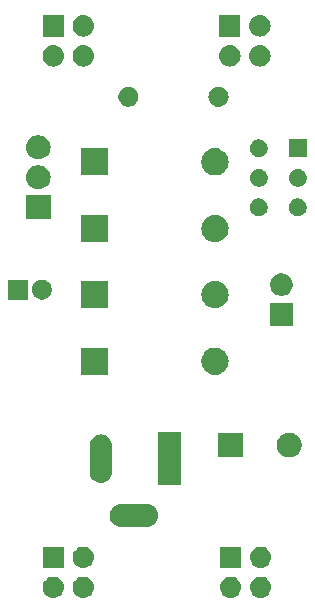
<source format=gbs>
G04 #@! TF.GenerationSoftware,KiCad,Pcbnew,(5.1.4)-1*
G04 #@! TF.CreationDate,2021-12-19T12:19:24-07:00*
G04 #@! TF.ProjectId,BreadBoard PS Ver2,42726561-6442-46f6-9172-642050532056,2*
G04 #@! TF.SameCoordinates,Original*
G04 #@! TF.FileFunction,Soldermask,Bot*
G04 #@! TF.FilePolarity,Negative*
%FSLAX46Y46*%
G04 Gerber Fmt 4.6, Leading zero omitted, Abs format (unit mm)*
G04 Created by KiCad (PCBNEW (5.1.4)-1) date 2021-12-19 12:19:24*
%MOMM*%
%LPD*%
G04 APERTURE LIST*
%ADD10C,0.100000*%
G04 APERTURE END LIST*
D10*
G36*
X165049343Y-120936619D02*
G01*
X165115527Y-120943137D01*
X165285366Y-120994657D01*
X165441891Y-121078322D01*
X165477629Y-121107652D01*
X165579086Y-121190914D01*
X165662348Y-121292371D01*
X165691678Y-121328109D01*
X165775343Y-121484634D01*
X165826863Y-121654473D01*
X165844259Y-121831100D01*
X165826863Y-122007727D01*
X165775343Y-122177566D01*
X165691678Y-122334091D01*
X165662348Y-122369829D01*
X165579086Y-122471286D01*
X165477629Y-122554548D01*
X165441891Y-122583878D01*
X165285366Y-122667543D01*
X165115527Y-122719063D01*
X165049342Y-122725582D01*
X164983160Y-122732100D01*
X164894640Y-122732100D01*
X164828458Y-122725582D01*
X164762273Y-122719063D01*
X164592434Y-122667543D01*
X164435909Y-122583878D01*
X164400171Y-122554548D01*
X164298714Y-122471286D01*
X164215452Y-122369829D01*
X164186122Y-122334091D01*
X164102457Y-122177566D01*
X164050937Y-122007727D01*
X164033541Y-121831100D01*
X164050937Y-121654473D01*
X164102457Y-121484634D01*
X164186122Y-121328109D01*
X164215452Y-121292371D01*
X164298714Y-121190914D01*
X164400171Y-121107652D01*
X164435909Y-121078322D01*
X164592434Y-120994657D01*
X164762273Y-120943137D01*
X164828457Y-120936619D01*
X164894640Y-120930100D01*
X164983160Y-120930100D01*
X165049343Y-120936619D01*
X165049343Y-120936619D01*
G37*
G36*
X162509343Y-120936619D02*
G01*
X162575527Y-120943137D01*
X162745366Y-120994657D01*
X162901891Y-121078322D01*
X162937629Y-121107652D01*
X163039086Y-121190914D01*
X163122348Y-121292371D01*
X163151678Y-121328109D01*
X163235343Y-121484634D01*
X163286863Y-121654473D01*
X163304259Y-121831100D01*
X163286863Y-122007727D01*
X163235343Y-122177566D01*
X163151678Y-122334091D01*
X163122348Y-122369829D01*
X163039086Y-122471286D01*
X162937629Y-122554548D01*
X162901891Y-122583878D01*
X162745366Y-122667543D01*
X162575527Y-122719063D01*
X162509342Y-122725582D01*
X162443160Y-122732100D01*
X162354640Y-122732100D01*
X162288458Y-122725582D01*
X162222273Y-122719063D01*
X162052434Y-122667543D01*
X161895909Y-122583878D01*
X161860171Y-122554548D01*
X161758714Y-122471286D01*
X161675452Y-122369829D01*
X161646122Y-122334091D01*
X161562457Y-122177566D01*
X161510937Y-122007727D01*
X161493541Y-121831100D01*
X161510937Y-121654473D01*
X161562457Y-121484634D01*
X161646122Y-121328109D01*
X161675452Y-121292371D01*
X161758714Y-121190914D01*
X161860171Y-121107652D01*
X161895909Y-121078322D01*
X162052434Y-120994657D01*
X162222273Y-120943137D01*
X162288457Y-120936619D01*
X162354640Y-120930100D01*
X162443160Y-120930100D01*
X162509343Y-120936619D01*
X162509343Y-120936619D01*
G37*
G36*
X150037943Y-120936619D02*
G01*
X150104127Y-120943137D01*
X150273966Y-120994657D01*
X150430491Y-121078322D01*
X150466229Y-121107652D01*
X150567686Y-121190914D01*
X150650948Y-121292371D01*
X150680278Y-121328109D01*
X150763943Y-121484634D01*
X150815463Y-121654473D01*
X150832859Y-121831100D01*
X150815463Y-122007727D01*
X150763943Y-122177566D01*
X150680278Y-122334091D01*
X150650948Y-122369829D01*
X150567686Y-122471286D01*
X150466229Y-122554548D01*
X150430491Y-122583878D01*
X150273966Y-122667543D01*
X150104127Y-122719063D01*
X150037942Y-122725582D01*
X149971760Y-122732100D01*
X149883240Y-122732100D01*
X149817058Y-122725582D01*
X149750873Y-122719063D01*
X149581034Y-122667543D01*
X149424509Y-122583878D01*
X149388771Y-122554548D01*
X149287314Y-122471286D01*
X149204052Y-122369829D01*
X149174722Y-122334091D01*
X149091057Y-122177566D01*
X149039537Y-122007727D01*
X149022141Y-121831100D01*
X149039537Y-121654473D01*
X149091057Y-121484634D01*
X149174722Y-121328109D01*
X149204052Y-121292371D01*
X149287314Y-121190914D01*
X149388771Y-121107652D01*
X149424509Y-121078322D01*
X149581034Y-120994657D01*
X149750873Y-120943137D01*
X149817057Y-120936619D01*
X149883240Y-120930100D01*
X149971760Y-120930100D01*
X150037943Y-120936619D01*
X150037943Y-120936619D01*
G37*
G36*
X147497943Y-120936619D02*
G01*
X147564127Y-120943137D01*
X147733966Y-120994657D01*
X147890491Y-121078322D01*
X147926229Y-121107652D01*
X148027686Y-121190914D01*
X148110948Y-121292371D01*
X148140278Y-121328109D01*
X148223943Y-121484634D01*
X148275463Y-121654473D01*
X148292859Y-121831100D01*
X148275463Y-122007727D01*
X148223943Y-122177566D01*
X148140278Y-122334091D01*
X148110948Y-122369829D01*
X148027686Y-122471286D01*
X147926229Y-122554548D01*
X147890491Y-122583878D01*
X147733966Y-122667543D01*
X147564127Y-122719063D01*
X147497942Y-122725582D01*
X147431760Y-122732100D01*
X147343240Y-122732100D01*
X147277058Y-122725582D01*
X147210873Y-122719063D01*
X147041034Y-122667543D01*
X146884509Y-122583878D01*
X146848771Y-122554548D01*
X146747314Y-122471286D01*
X146664052Y-122369829D01*
X146634722Y-122334091D01*
X146551057Y-122177566D01*
X146499537Y-122007727D01*
X146482141Y-121831100D01*
X146499537Y-121654473D01*
X146551057Y-121484634D01*
X146634722Y-121328109D01*
X146664052Y-121292371D01*
X146747314Y-121190914D01*
X146848771Y-121107652D01*
X146884509Y-121078322D01*
X147041034Y-120994657D01*
X147210873Y-120943137D01*
X147277057Y-120936619D01*
X147343240Y-120930100D01*
X147431760Y-120930100D01*
X147497943Y-120936619D01*
X147497943Y-120936619D01*
G37*
G36*
X163299900Y-120192100D02*
G01*
X161497900Y-120192100D01*
X161497900Y-118390100D01*
X163299900Y-118390100D01*
X163299900Y-120192100D01*
X163299900Y-120192100D01*
G37*
G36*
X148288500Y-120192100D02*
G01*
X146486500Y-120192100D01*
X146486500Y-118390100D01*
X148288500Y-118390100D01*
X148288500Y-120192100D01*
X148288500Y-120192100D01*
G37*
G36*
X150037942Y-118396618D02*
G01*
X150104127Y-118403137D01*
X150273966Y-118454657D01*
X150430491Y-118538322D01*
X150466229Y-118567652D01*
X150567686Y-118650914D01*
X150650948Y-118752371D01*
X150680278Y-118788109D01*
X150763943Y-118944634D01*
X150815463Y-119114473D01*
X150832859Y-119291100D01*
X150815463Y-119467727D01*
X150763943Y-119637566D01*
X150680278Y-119794091D01*
X150650948Y-119829829D01*
X150567686Y-119931286D01*
X150466229Y-120014548D01*
X150430491Y-120043878D01*
X150273966Y-120127543D01*
X150104127Y-120179063D01*
X150037943Y-120185581D01*
X149971760Y-120192100D01*
X149883240Y-120192100D01*
X149817057Y-120185581D01*
X149750873Y-120179063D01*
X149581034Y-120127543D01*
X149424509Y-120043878D01*
X149388771Y-120014548D01*
X149287314Y-119931286D01*
X149204052Y-119829829D01*
X149174722Y-119794091D01*
X149091057Y-119637566D01*
X149039537Y-119467727D01*
X149022141Y-119291100D01*
X149039537Y-119114473D01*
X149091057Y-118944634D01*
X149174722Y-118788109D01*
X149204052Y-118752371D01*
X149287314Y-118650914D01*
X149388771Y-118567652D01*
X149424509Y-118538322D01*
X149581034Y-118454657D01*
X149750873Y-118403137D01*
X149817058Y-118396618D01*
X149883240Y-118390100D01*
X149971760Y-118390100D01*
X150037942Y-118396618D01*
X150037942Y-118396618D01*
G37*
G36*
X165049342Y-118396618D02*
G01*
X165115527Y-118403137D01*
X165285366Y-118454657D01*
X165441891Y-118538322D01*
X165477629Y-118567652D01*
X165579086Y-118650914D01*
X165662348Y-118752371D01*
X165691678Y-118788109D01*
X165775343Y-118944634D01*
X165826863Y-119114473D01*
X165844259Y-119291100D01*
X165826863Y-119467727D01*
X165775343Y-119637566D01*
X165691678Y-119794091D01*
X165662348Y-119829829D01*
X165579086Y-119931286D01*
X165477629Y-120014548D01*
X165441891Y-120043878D01*
X165285366Y-120127543D01*
X165115527Y-120179063D01*
X165049343Y-120185581D01*
X164983160Y-120192100D01*
X164894640Y-120192100D01*
X164828457Y-120185581D01*
X164762273Y-120179063D01*
X164592434Y-120127543D01*
X164435909Y-120043878D01*
X164400171Y-120014548D01*
X164298714Y-119931286D01*
X164215452Y-119829829D01*
X164186122Y-119794091D01*
X164102457Y-119637566D01*
X164050937Y-119467727D01*
X164033541Y-119291100D01*
X164050937Y-119114473D01*
X164102457Y-118944634D01*
X164186122Y-118788109D01*
X164215452Y-118752371D01*
X164298714Y-118650914D01*
X164400171Y-118567652D01*
X164435909Y-118538322D01*
X164592434Y-118454657D01*
X164762273Y-118403137D01*
X164828458Y-118396618D01*
X164894640Y-118390100D01*
X164983160Y-118390100D01*
X165049342Y-118396618D01*
X165049342Y-118396618D01*
G37*
G36*
X155499725Y-114822660D02*
G01*
X155499728Y-114822661D01*
X155499729Y-114822661D01*
X155678993Y-114877040D01*
X155678996Y-114877042D01*
X155678997Y-114877042D01*
X155844203Y-114965346D01*
X155989012Y-115084188D01*
X156107854Y-115228997D01*
X156196158Y-115394203D01*
X156196160Y-115394207D01*
X156250539Y-115573471D01*
X156250540Y-115573475D01*
X156268901Y-115759900D01*
X156250540Y-115946325D01*
X156250539Y-115946328D01*
X156250539Y-115946329D01*
X156196160Y-116125593D01*
X156196158Y-116125596D01*
X156196158Y-116125597D01*
X156107854Y-116290803D01*
X155989012Y-116435612D01*
X155844203Y-116554454D01*
X155678997Y-116642758D01*
X155678993Y-116642760D01*
X155499729Y-116697139D01*
X155499728Y-116697139D01*
X155499725Y-116697140D01*
X155360018Y-116710900D01*
X153066582Y-116710900D01*
X152926875Y-116697140D01*
X152926872Y-116697139D01*
X152926871Y-116697139D01*
X152747607Y-116642760D01*
X152747603Y-116642758D01*
X152582397Y-116554454D01*
X152437588Y-116435612D01*
X152318746Y-116290803D01*
X152230442Y-116125597D01*
X152230442Y-116125596D01*
X152230440Y-116125593D01*
X152176061Y-115946329D01*
X152176061Y-115946328D01*
X152176060Y-115946325D01*
X152157699Y-115759900D01*
X152176060Y-115573475D01*
X152176061Y-115573471D01*
X152230440Y-115394207D01*
X152230442Y-115394203D01*
X152318746Y-115228997D01*
X152437588Y-115084188D01*
X152582397Y-114965346D01*
X152747603Y-114877042D01*
X152747604Y-114877042D01*
X152747607Y-114877040D01*
X152926871Y-114822661D01*
X152926872Y-114822661D01*
X152926875Y-114822660D01*
X153066582Y-114808900D01*
X155360018Y-114808900D01*
X155499725Y-114822660D01*
X155499725Y-114822660D01*
G37*
G36*
X158164300Y-113210900D02*
G01*
X156262300Y-113210900D01*
X156262300Y-108708900D01*
X158164300Y-108708900D01*
X158164300Y-113210900D01*
X158164300Y-113210900D01*
G37*
G36*
X151599725Y-108922660D02*
G01*
X151599728Y-108922661D01*
X151599729Y-108922661D01*
X151778993Y-108977040D01*
X151778996Y-108977042D01*
X151778997Y-108977042D01*
X151944203Y-109065346D01*
X152089012Y-109184188D01*
X152207854Y-109328997D01*
X152291204Y-109484935D01*
X152296160Y-109494207D01*
X152350539Y-109673471D01*
X152350540Y-109673475D01*
X152364300Y-109813182D01*
X152364300Y-112106618D01*
X152350540Y-112246325D01*
X152350539Y-112246328D01*
X152350539Y-112246329D01*
X152296160Y-112425593D01*
X152296158Y-112425596D01*
X152296158Y-112425597D01*
X152207854Y-112590803D01*
X152089012Y-112735612D01*
X151944203Y-112854454D01*
X151778996Y-112942758D01*
X151778992Y-112942760D01*
X151599728Y-112997139D01*
X151599727Y-112997139D01*
X151599724Y-112997140D01*
X151413300Y-113015501D01*
X151226875Y-112997140D01*
X151226872Y-112997139D01*
X151226871Y-112997139D01*
X151047607Y-112942760D01*
X151047603Y-112942758D01*
X150882397Y-112854454D01*
X150737588Y-112735612D01*
X150618746Y-112590803D01*
X150530442Y-112425596D01*
X150530441Y-112425593D01*
X150530440Y-112425592D01*
X150476061Y-112246328D01*
X150476061Y-112246327D01*
X150476060Y-112246324D01*
X150462300Y-112106617D01*
X150462301Y-109813182D01*
X150476061Y-109673475D01*
X150476062Y-109673471D01*
X150530441Y-109494207D01*
X150535397Y-109484935D01*
X150618747Y-109328997D01*
X150737589Y-109184188D01*
X150882398Y-109065346D01*
X151047604Y-108977042D01*
X151047605Y-108977042D01*
X151047608Y-108977040D01*
X151226872Y-108922661D01*
X151226873Y-108922661D01*
X151226876Y-108922660D01*
X151413300Y-108904299D01*
X151599725Y-108922660D01*
X151599725Y-108922660D01*
G37*
G36*
X163420500Y-110842500D02*
G01*
X161318500Y-110842500D01*
X161318500Y-108740500D01*
X163420500Y-108740500D01*
X163420500Y-110842500D01*
X163420500Y-110842500D01*
G37*
G36*
X167676064Y-108780889D02*
G01*
X167867333Y-108860115D01*
X167867335Y-108860116D01*
X167960940Y-108922661D01*
X168039473Y-108975135D01*
X168185865Y-109121527D01*
X168300885Y-109293667D01*
X168380111Y-109484936D01*
X168420500Y-109687984D01*
X168420500Y-109895016D01*
X168380111Y-110098064D01*
X168300885Y-110289333D01*
X168300884Y-110289335D01*
X168185865Y-110461473D01*
X168039473Y-110607865D01*
X167867335Y-110722884D01*
X167867334Y-110722885D01*
X167867333Y-110722885D01*
X167676064Y-110802111D01*
X167473016Y-110842500D01*
X167265984Y-110842500D01*
X167062936Y-110802111D01*
X166871667Y-110722885D01*
X166871666Y-110722885D01*
X166871665Y-110722884D01*
X166699527Y-110607865D01*
X166553135Y-110461473D01*
X166438116Y-110289335D01*
X166438115Y-110289333D01*
X166358889Y-110098064D01*
X166318500Y-109895016D01*
X166318500Y-109687984D01*
X166358889Y-109484936D01*
X166438115Y-109293667D01*
X166553135Y-109121527D01*
X166699527Y-108975135D01*
X166778060Y-108922661D01*
X166871665Y-108860116D01*
X166871667Y-108860115D01*
X167062936Y-108780889D01*
X167265984Y-108740500D01*
X167473016Y-108740500D01*
X167676064Y-108780889D01*
X167676064Y-108780889D01*
G37*
G36*
X161240271Y-101552303D02*
G01*
X161296635Y-101557854D01*
X161513600Y-101623670D01*
X161513602Y-101623671D01*
X161713555Y-101730547D01*
X161888818Y-101874382D01*
X162032653Y-102049645D01*
X162139529Y-102249598D01*
X162205346Y-102466566D01*
X162227569Y-102692200D01*
X162205346Y-102917834D01*
X162139529Y-103134802D01*
X162032653Y-103334755D01*
X161888818Y-103510018D01*
X161713555Y-103653853D01*
X161513602Y-103760729D01*
X161513600Y-103760730D01*
X161296635Y-103826546D01*
X161240271Y-103832097D01*
X161127545Y-103843200D01*
X161014455Y-103843200D01*
X160901729Y-103832097D01*
X160845365Y-103826546D01*
X160628400Y-103760730D01*
X160628398Y-103760729D01*
X160428445Y-103653853D01*
X160253182Y-103510018D01*
X160109347Y-103334755D01*
X160002471Y-103134802D01*
X159936654Y-102917834D01*
X159914431Y-102692200D01*
X159936654Y-102466566D01*
X160002471Y-102249598D01*
X160109347Y-102049645D01*
X160253182Y-101874382D01*
X160428445Y-101730547D01*
X160628398Y-101623671D01*
X160628400Y-101623670D01*
X160845365Y-101557854D01*
X160901729Y-101552303D01*
X161014455Y-101541200D01*
X161127545Y-101541200D01*
X161240271Y-101552303D01*
X161240271Y-101552303D01*
G37*
G36*
X152062000Y-103843200D02*
G01*
X149760000Y-103843200D01*
X149760000Y-101541200D01*
X152062000Y-101541200D01*
X152062000Y-103843200D01*
X152062000Y-103843200D01*
G37*
G36*
X167651200Y-99706200D02*
G01*
X165749200Y-99706200D01*
X165749200Y-97804200D01*
X167651200Y-97804200D01*
X167651200Y-99706200D01*
X167651200Y-99706200D01*
G37*
G36*
X161240271Y-95929778D02*
G01*
X161296635Y-95935329D01*
X161513600Y-96001145D01*
X161513602Y-96001146D01*
X161713555Y-96108022D01*
X161888818Y-96251857D01*
X162032653Y-96427120D01*
X162098592Y-96550485D01*
X162139530Y-96627075D01*
X162205346Y-96844040D01*
X162227569Y-97069675D01*
X162205346Y-97295310D01*
X162147713Y-97485300D01*
X162139529Y-97512277D01*
X162032653Y-97712230D01*
X161888818Y-97887493D01*
X161713555Y-98031328D01*
X161513602Y-98138204D01*
X161513600Y-98138205D01*
X161296635Y-98204021D01*
X161240271Y-98209572D01*
X161127545Y-98220675D01*
X161014455Y-98220675D01*
X160901729Y-98209572D01*
X160845365Y-98204021D01*
X160628400Y-98138205D01*
X160628398Y-98138204D01*
X160428445Y-98031328D01*
X160253182Y-97887493D01*
X160109347Y-97712230D01*
X160002471Y-97512277D01*
X159994288Y-97485300D01*
X159936654Y-97295310D01*
X159914431Y-97069675D01*
X159936654Y-96844040D01*
X160002470Y-96627075D01*
X160043408Y-96550485D01*
X160109347Y-96427120D01*
X160253182Y-96251857D01*
X160428445Y-96108022D01*
X160628398Y-96001146D01*
X160628400Y-96001145D01*
X160845365Y-95935329D01*
X160901729Y-95929778D01*
X161014455Y-95918675D01*
X161127545Y-95918675D01*
X161240271Y-95929778D01*
X161240271Y-95929778D01*
G37*
G36*
X152062000Y-98220675D02*
G01*
X149760000Y-98220675D01*
X149760000Y-95918675D01*
X152062000Y-95918675D01*
X152062000Y-98220675D01*
X152062000Y-98220675D01*
G37*
G36*
X145262700Y-97485300D02*
G01*
X143560700Y-97485300D01*
X143560700Y-95783300D01*
X145262700Y-95783300D01*
X145262700Y-97485300D01*
X145262700Y-97485300D01*
G37*
G36*
X146659928Y-95816003D02*
G01*
X146814800Y-95880153D01*
X146954181Y-95973285D01*
X147072715Y-96091819D01*
X147165847Y-96231200D01*
X147229997Y-96386072D01*
X147262700Y-96550484D01*
X147262700Y-96718116D01*
X147229997Y-96882528D01*
X147165847Y-97037400D01*
X147072715Y-97176781D01*
X146954181Y-97295315D01*
X146814800Y-97388447D01*
X146659928Y-97452597D01*
X146495516Y-97485300D01*
X146327884Y-97485300D01*
X146163472Y-97452597D01*
X146008600Y-97388447D01*
X145869219Y-97295315D01*
X145750685Y-97176781D01*
X145657553Y-97037400D01*
X145593403Y-96882528D01*
X145560700Y-96718116D01*
X145560700Y-96550484D01*
X145593403Y-96386072D01*
X145657553Y-96231200D01*
X145750685Y-96091819D01*
X145869219Y-95973285D01*
X146008600Y-95880153D01*
X146163472Y-95816003D01*
X146327884Y-95783300D01*
X146495516Y-95783300D01*
X146659928Y-95816003D01*
X146659928Y-95816003D01*
G37*
G36*
X166977595Y-95300746D02*
G01*
X167150666Y-95372434D01*
X167150667Y-95372435D01*
X167306427Y-95476510D01*
X167438890Y-95608973D01*
X167438891Y-95608975D01*
X167542966Y-95764734D01*
X167614654Y-95937805D01*
X167651200Y-96121533D01*
X167651200Y-96308867D01*
X167614654Y-96492595D01*
X167542966Y-96665666D01*
X167542965Y-96665667D01*
X167438890Y-96821427D01*
X167306427Y-96953890D01*
X167228018Y-97006281D01*
X167150666Y-97057966D01*
X166977595Y-97129654D01*
X166793867Y-97166200D01*
X166606533Y-97166200D01*
X166422805Y-97129654D01*
X166249734Y-97057966D01*
X166172382Y-97006281D01*
X166093973Y-96953890D01*
X165961510Y-96821427D01*
X165857435Y-96665667D01*
X165857434Y-96665666D01*
X165785746Y-96492595D01*
X165749200Y-96308867D01*
X165749200Y-96121533D01*
X165785746Y-95937805D01*
X165857434Y-95764734D01*
X165961509Y-95608975D01*
X165961510Y-95608973D01*
X166093973Y-95476510D01*
X166249733Y-95372435D01*
X166249734Y-95372434D01*
X166422805Y-95300746D01*
X166606533Y-95264200D01*
X166793867Y-95264200D01*
X166977595Y-95300746D01*
X166977595Y-95300746D01*
G37*
G36*
X152062000Y-92598150D02*
G01*
X149760000Y-92598150D01*
X149760000Y-90296150D01*
X152062000Y-90296150D01*
X152062000Y-92598150D01*
X152062000Y-92598150D01*
G37*
G36*
X161240271Y-90307253D02*
G01*
X161296635Y-90312804D01*
X161513600Y-90378620D01*
X161513602Y-90378621D01*
X161713555Y-90485497D01*
X161888818Y-90629332D01*
X162032653Y-90804595D01*
X162139529Y-91004548D01*
X162205346Y-91221516D01*
X162227569Y-91447150D01*
X162205346Y-91672784D01*
X162139529Y-91889752D01*
X162032653Y-92089705D01*
X161888818Y-92264968D01*
X161713555Y-92408803D01*
X161513602Y-92515679D01*
X161513600Y-92515680D01*
X161296635Y-92581496D01*
X161240271Y-92587047D01*
X161127545Y-92598150D01*
X161014455Y-92598150D01*
X160901729Y-92587047D01*
X160845365Y-92581496D01*
X160628400Y-92515680D01*
X160628398Y-92515679D01*
X160428445Y-92408803D01*
X160253182Y-92264968D01*
X160109347Y-92089705D01*
X160002471Y-91889752D01*
X159936654Y-91672784D01*
X159914431Y-91447150D01*
X159936654Y-91221516D01*
X160002471Y-91004548D01*
X160109347Y-90804595D01*
X160253182Y-90629332D01*
X160428445Y-90485497D01*
X160628398Y-90378621D01*
X160628400Y-90378620D01*
X160845365Y-90312804D01*
X160901729Y-90307253D01*
X161014455Y-90296150D01*
X161127545Y-90296150D01*
X161240271Y-90307253D01*
X161240271Y-90307253D01*
G37*
G36*
X147164500Y-90665500D02*
G01*
X145062500Y-90665500D01*
X145062500Y-88658500D01*
X147164500Y-88658500D01*
X147164500Y-90665500D01*
X147164500Y-90665500D01*
G37*
G36*
X168303559Y-88948760D02*
G01*
X168440232Y-89005372D01*
X168563235Y-89087560D01*
X168667840Y-89192165D01*
X168750028Y-89315168D01*
X168806640Y-89451841D01*
X168835500Y-89596933D01*
X168835500Y-89744867D01*
X168806640Y-89889959D01*
X168750028Y-90026632D01*
X168667840Y-90149635D01*
X168563235Y-90254240D01*
X168440232Y-90336428D01*
X168440231Y-90336429D01*
X168440230Y-90336429D01*
X168303559Y-90393040D01*
X168158468Y-90421900D01*
X168010532Y-90421900D01*
X167865441Y-90393040D01*
X167728770Y-90336429D01*
X167728769Y-90336429D01*
X167728768Y-90336428D01*
X167605765Y-90254240D01*
X167501160Y-90149635D01*
X167418972Y-90026632D01*
X167362360Y-89889959D01*
X167333500Y-89744867D01*
X167333500Y-89596933D01*
X167362360Y-89451841D01*
X167418972Y-89315168D01*
X167501160Y-89192165D01*
X167605765Y-89087560D01*
X167728768Y-89005372D01*
X167865441Y-88948760D01*
X168010532Y-88919900D01*
X168158468Y-88919900D01*
X168303559Y-88948760D01*
X168303559Y-88948760D01*
G37*
G36*
X165003559Y-88948760D02*
G01*
X165140232Y-89005372D01*
X165263235Y-89087560D01*
X165367840Y-89192165D01*
X165450028Y-89315168D01*
X165506640Y-89451841D01*
X165535500Y-89596933D01*
X165535500Y-89744867D01*
X165506640Y-89889959D01*
X165450028Y-90026632D01*
X165367840Y-90149635D01*
X165263235Y-90254240D01*
X165140232Y-90336428D01*
X165140231Y-90336429D01*
X165140230Y-90336429D01*
X165003559Y-90393040D01*
X164858468Y-90421900D01*
X164710532Y-90421900D01*
X164565441Y-90393040D01*
X164428770Y-90336429D01*
X164428769Y-90336429D01*
X164428768Y-90336428D01*
X164305765Y-90254240D01*
X164201160Y-90149635D01*
X164118972Y-90026632D01*
X164062360Y-89889959D01*
X164033500Y-89744867D01*
X164033500Y-89596933D01*
X164062360Y-89451841D01*
X164118972Y-89315168D01*
X164201160Y-89192165D01*
X164305765Y-89087560D01*
X164428768Y-89005372D01*
X164565441Y-88948760D01*
X164710532Y-88919900D01*
X164858468Y-88919900D01*
X165003559Y-88948760D01*
X165003559Y-88948760D01*
G37*
G36*
X146259436Y-86123340D02*
G01*
X146357720Y-86133020D01*
X146546881Y-86190401D01*
X146721212Y-86283583D01*
X146874015Y-86408985D01*
X146999417Y-86561788D01*
X147092599Y-86736119D01*
X147149980Y-86925280D01*
X147169355Y-87122000D01*
X147149980Y-87318720D01*
X147092599Y-87507881D01*
X146999417Y-87682212D01*
X146874015Y-87835015D01*
X146721212Y-87960417D01*
X146546881Y-88053599D01*
X146357720Y-88110980D01*
X146259436Y-88120660D01*
X146210295Y-88125500D01*
X146016705Y-88125500D01*
X145967564Y-88120660D01*
X145869280Y-88110980D01*
X145680119Y-88053599D01*
X145505788Y-87960417D01*
X145352985Y-87835015D01*
X145227583Y-87682212D01*
X145134401Y-87507881D01*
X145077020Y-87318720D01*
X145057645Y-87122000D01*
X145077020Y-86925280D01*
X145134401Y-86736119D01*
X145227583Y-86561788D01*
X145352985Y-86408985D01*
X145505788Y-86283583D01*
X145680119Y-86190401D01*
X145869280Y-86133020D01*
X145967564Y-86123340D01*
X146016705Y-86118500D01*
X146210295Y-86118500D01*
X146259436Y-86123340D01*
X146259436Y-86123340D01*
G37*
G36*
X168303559Y-86448760D02*
G01*
X168440232Y-86505372D01*
X168563235Y-86587560D01*
X168667840Y-86692165D01*
X168730724Y-86786278D01*
X168750029Y-86815170D01*
X168806640Y-86951841D01*
X168835500Y-87096932D01*
X168835500Y-87244868D01*
X168820810Y-87318720D01*
X168806640Y-87389959D01*
X168750028Y-87526632D01*
X168667840Y-87649635D01*
X168563235Y-87754240D01*
X168440232Y-87836428D01*
X168440231Y-87836429D01*
X168440230Y-87836429D01*
X168303559Y-87893040D01*
X168158468Y-87921900D01*
X168010532Y-87921900D01*
X167865441Y-87893040D01*
X167728770Y-87836429D01*
X167728769Y-87836429D01*
X167728768Y-87836428D01*
X167605765Y-87754240D01*
X167501160Y-87649635D01*
X167418972Y-87526632D01*
X167362360Y-87389959D01*
X167348190Y-87318720D01*
X167333500Y-87244868D01*
X167333500Y-87096932D01*
X167362360Y-86951841D01*
X167418971Y-86815170D01*
X167438276Y-86786278D01*
X167501160Y-86692165D01*
X167605765Y-86587560D01*
X167728768Y-86505372D01*
X167865441Y-86448760D01*
X168010532Y-86419900D01*
X168158468Y-86419900D01*
X168303559Y-86448760D01*
X168303559Y-86448760D01*
G37*
G36*
X165003559Y-86448760D02*
G01*
X165140232Y-86505372D01*
X165263235Y-86587560D01*
X165367840Y-86692165D01*
X165430724Y-86786278D01*
X165450029Y-86815170D01*
X165506640Y-86951841D01*
X165535500Y-87096932D01*
X165535500Y-87244868D01*
X165520810Y-87318720D01*
X165506640Y-87389959D01*
X165450028Y-87526632D01*
X165367840Y-87649635D01*
X165263235Y-87754240D01*
X165140232Y-87836428D01*
X165140231Y-87836429D01*
X165140230Y-87836429D01*
X165003559Y-87893040D01*
X164858468Y-87921900D01*
X164710532Y-87921900D01*
X164565441Y-87893040D01*
X164428770Y-87836429D01*
X164428769Y-87836429D01*
X164428768Y-87836428D01*
X164305765Y-87754240D01*
X164201160Y-87649635D01*
X164118972Y-87526632D01*
X164062360Y-87389959D01*
X164048190Y-87318720D01*
X164033500Y-87244868D01*
X164033500Y-87096932D01*
X164062360Y-86951841D01*
X164118971Y-86815170D01*
X164138276Y-86786278D01*
X164201160Y-86692165D01*
X164305765Y-86587560D01*
X164428768Y-86505372D01*
X164565441Y-86448760D01*
X164710532Y-86419900D01*
X164858468Y-86419900D01*
X165003559Y-86448760D01*
X165003559Y-86448760D01*
G37*
G36*
X152062000Y-86975625D02*
G01*
X149760000Y-86975625D01*
X149760000Y-84673625D01*
X152062000Y-84673625D01*
X152062000Y-86975625D01*
X152062000Y-86975625D01*
G37*
G36*
X161240271Y-84684728D02*
G01*
X161296635Y-84690279D01*
X161513600Y-84756095D01*
X161513602Y-84756096D01*
X161713555Y-84862972D01*
X161888818Y-85006807D01*
X162032653Y-85182070D01*
X162139529Y-85382023D01*
X162139530Y-85382025D01*
X162205346Y-85598990D01*
X162227569Y-85824625D01*
X162205346Y-86050260D01*
X162184646Y-86118500D01*
X162139529Y-86267227D01*
X162032653Y-86467180D01*
X161888818Y-86642443D01*
X161713555Y-86786278D01*
X161513602Y-86893154D01*
X161513600Y-86893155D01*
X161296635Y-86958971D01*
X161240271Y-86964522D01*
X161127545Y-86975625D01*
X161014455Y-86975625D01*
X160901729Y-86964522D01*
X160845365Y-86958971D01*
X160628400Y-86893155D01*
X160628398Y-86893154D01*
X160428445Y-86786278D01*
X160253182Y-86642443D01*
X160109347Y-86467180D01*
X160002471Y-86267227D01*
X159957355Y-86118500D01*
X159936654Y-86050260D01*
X159914431Y-85824625D01*
X159936654Y-85598990D01*
X160002470Y-85382025D01*
X160002471Y-85382023D01*
X160109347Y-85182070D01*
X160253182Y-85006807D01*
X160428445Y-84862972D01*
X160628398Y-84756096D01*
X160628400Y-84756095D01*
X160845365Y-84690279D01*
X160901729Y-84684728D01*
X161014455Y-84673625D01*
X161127545Y-84673625D01*
X161240271Y-84684728D01*
X161240271Y-84684728D01*
G37*
G36*
X146259436Y-83583340D02*
G01*
X146357720Y-83593020D01*
X146546881Y-83650401D01*
X146721212Y-83743583D01*
X146874015Y-83868985D01*
X146999417Y-84021788D01*
X147092599Y-84196119D01*
X147149980Y-84385280D01*
X147169355Y-84582000D01*
X147149980Y-84778720D01*
X147092599Y-84967881D01*
X146999417Y-85142212D01*
X146874015Y-85295015D01*
X146721212Y-85420417D01*
X146546881Y-85513599D01*
X146357720Y-85570980D01*
X146259436Y-85580660D01*
X146210295Y-85585500D01*
X146016705Y-85585500D01*
X145967564Y-85580660D01*
X145869280Y-85570980D01*
X145680119Y-85513599D01*
X145505788Y-85420417D01*
X145352985Y-85295015D01*
X145227583Y-85142212D01*
X145134401Y-84967881D01*
X145077020Y-84778720D01*
X145057645Y-84582000D01*
X145077020Y-84385280D01*
X145134401Y-84196119D01*
X145227583Y-84021788D01*
X145352985Y-83868985D01*
X145505788Y-83743583D01*
X145680119Y-83650401D01*
X145869280Y-83593020D01*
X145967564Y-83583340D01*
X146016705Y-83578500D01*
X146210295Y-83578500D01*
X146259436Y-83583340D01*
X146259436Y-83583340D01*
G37*
G36*
X165003559Y-83948760D02*
G01*
X165140232Y-84005372D01*
X165263235Y-84087560D01*
X165367840Y-84192165D01*
X165370482Y-84196119D01*
X165450029Y-84315170D01*
X165506640Y-84451841D01*
X165535500Y-84596932D01*
X165535500Y-84744868D01*
X165512008Y-84862972D01*
X165506640Y-84889959D01*
X165450028Y-85026632D01*
X165367840Y-85149635D01*
X165263235Y-85254240D01*
X165140232Y-85336428D01*
X165140231Y-85336429D01*
X165140230Y-85336429D01*
X165003559Y-85393040D01*
X164858468Y-85421900D01*
X164710532Y-85421900D01*
X164565441Y-85393040D01*
X164428770Y-85336429D01*
X164428769Y-85336429D01*
X164428768Y-85336428D01*
X164305765Y-85254240D01*
X164201160Y-85149635D01*
X164118972Y-85026632D01*
X164062360Y-84889959D01*
X164056992Y-84862972D01*
X164033500Y-84744868D01*
X164033500Y-84596932D01*
X164062360Y-84451841D01*
X164118971Y-84315170D01*
X164198518Y-84196119D01*
X164201160Y-84192165D01*
X164305765Y-84087560D01*
X164428768Y-84005372D01*
X164565441Y-83948760D01*
X164710532Y-83919900D01*
X164858468Y-83919900D01*
X165003559Y-83948760D01*
X165003559Y-83948760D01*
G37*
G36*
X168835500Y-85421900D02*
G01*
X167333500Y-85421900D01*
X167333500Y-83919900D01*
X168835500Y-83919900D01*
X168835500Y-85421900D01*
X168835500Y-85421900D01*
G37*
G36*
X153999228Y-79483803D02*
G01*
X154154100Y-79547953D01*
X154293481Y-79641085D01*
X154412015Y-79759619D01*
X154505147Y-79899000D01*
X154569297Y-80053872D01*
X154602000Y-80218284D01*
X154602000Y-80385916D01*
X154569297Y-80550328D01*
X154505147Y-80705200D01*
X154412015Y-80844581D01*
X154293481Y-80963115D01*
X154154100Y-81056247D01*
X153999228Y-81120397D01*
X153834816Y-81153100D01*
X153667184Y-81153100D01*
X153502772Y-81120397D01*
X153347900Y-81056247D01*
X153208519Y-80963115D01*
X153089985Y-80844581D01*
X152996853Y-80705200D01*
X152932703Y-80550328D01*
X152900000Y-80385916D01*
X152900000Y-80218284D01*
X152932703Y-80053872D01*
X152996853Y-79899000D01*
X153089985Y-79759619D01*
X153208519Y-79641085D01*
X153347900Y-79547953D01*
X153502772Y-79483803D01*
X153667184Y-79451100D01*
X153834816Y-79451100D01*
X153999228Y-79483803D01*
X153999228Y-79483803D01*
G37*
G36*
X161537823Y-79463413D02*
G01*
X161698242Y-79512076D01*
X161765361Y-79547952D01*
X161846078Y-79591096D01*
X161975659Y-79697441D01*
X162082004Y-79827022D01*
X162082005Y-79827024D01*
X162161024Y-79974858D01*
X162209687Y-80135277D01*
X162226117Y-80302100D01*
X162209687Y-80468923D01*
X162161024Y-80629342D01*
X162120477Y-80705200D01*
X162082004Y-80777178D01*
X161975659Y-80906759D01*
X161846078Y-81013104D01*
X161846076Y-81013105D01*
X161698242Y-81092124D01*
X161537823Y-81140787D01*
X161412804Y-81153100D01*
X161329196Y-81153100D01*
X161204177Y-81140787D01*
X161043758Y-81092124D01*
X160895924Y-81013105D01*
X160895922Y-81013104D01*
X160766341Y-80906759D01*
X160659996Y-80777178D01*
X160621523Y-80705200D01*
X160580976Y-80629342D01*
X160532313Y-80468923D01*
X160515883Y-80302100D01*
X160532313Y-80135277D01*
X160580976Y-79974858D01*
X160659995Y-79827024D01*
X160659996Y-79827022D01*
X160766341Y-79697441D01*
X160895922Y-79591096D01*
X160976639Y-79547952D01*
X161043758Y-79512076D01*
X161204177Y-79463413D01*
X161329196Y-79451100D01*
X161412804Y-79451100D01*
X161537823Y-79463413D01*
X161537823Y-79463413D01*
G37*
G36*
X147497943Y-75953219D02*
G01*
X147564127Y-75959737D01*
X147733966Y-76011257D01*
X147890491Y-76094922D01*
X147926229Y-76124252D01*
X148027686Y-76207514D01*
X148110948Y-76308971D01*
X148140278Y-76344709D01*
X148223943Y-76501234D01*
X148275463Y-76671073D01*
X148292859Y-76847700D01*
X148275463Y-77024327D01*
X148223943Y-77194166D01*
X148140278Y-77350691D01*
X148110948Y-77386429D01*
X148027686Y-77487886D01*
X147926229Y-77571148D01*
X147890491Y-77600478D01*
X147733966Y-77684143D01*
X147564127Y-77735663D01*
X147497943Y-77742181D01*
X147431760Y-77748700D01*
X147343240Y-77748700D01*
X147277057Y-77742181D01*
X147210873Y-77735663D01*
X147041034Y-77684143D01*
X146884509Y-77600478D01*
X146848771Y-77571148D01*
X146747314Y-77487886D01*
X146664052Y-77386429D01*
X146634722Y-77350691D01*
X146551057Y-77194166D01*
X146499537Y-77024327D01*
X146482141Y-76847700D01*
X146499537Y-76671073D01*
X146551057Y-76501234D01*
X146634722Y-76344709D01*
X146664052Y-76308971D01*
X146747314Y-76207514D01*
X146848771Y-76124252D01*
X146884509Y-76094922D01*
X147041034Y-76011257D01*
X147210873Y-75959737D01*
X147277057Y-75953219D01*
X147343240Y-75946700D01*
X147431760Y-75946700D01*
X147497943Y-75953219D01*
X147497943Y-75953219D01*
G37*
G36*
X150037943Y-75953219D02*
G01*
X150104127Y-75959737D01*
X150273966Y-76011257D01*
X150430491Y-76094922D01*
X150466229Y-76124252D01*
X150567686Y-76207514D01*
X150650948Y-76308971D01*
X150680278Y-76344709D01*
X150763943Y-76501234D01*
X150815463Y-76671073D01*
X150832859Y-76847700D01*
X150815463Y-77024327D01*
X150763943Y-77194166D01*
X150680278Y-77350691D01*
X150650948Y-77386429D01*
X150567686Y-77487886D01*
X150466229Y-77571148D01*
X150430491Y-77600478D01*
X150273966Y-77684143D01*
X150104127Y-77735663D01*
X150037943Y-77742181D01*
X149971760Y-77748700D01*
X149883240Y-77748700D01*
X149817057Y-77742181D01*
X149750873Y-77735663D01*
X149581034Y-77684143D01*
X149424509Y-77600478D01*
X149388771Y-77571148D01*
X149287314Y-77487886D01*
X149204052Y-77386429D01*
X149174722Y-77350691D01*
X149091057Y-77194166D01*
X149039537Y-77024327D01*
X149022141Y-76847700D01*
X149039537Y-76671073D01*
X149091057Y-76501234D01*
X149174722Y-76344709D01*
X149204052Y-76308971D01*
X149287314Y-76207514D01*
X149388771Y-76124252D01*
X149424509Y-76094922D01*
X149581034Y-76011257D01*
X149750873Y-75959737D01*
X149817057Y-75953219D01*
X149883240Y-75946700D01*
X149971760Y-75946700D01*
X150037943Y-75953219D01*
X150037943Y-75953219D01*
G37*
G36*
X164985843Y-75953219D02*
G01*
X165052027Y-75959737D01*
X165221866Y-76011257D01*
X165378391Y-76094922D01*
X165414129Y-76124252D01*
X165515586Y-76207514D01*
X165598848Y-76308971D01*
X165628178Y-76344709D01*
X165711843Y-76501234D01*
X165763363Y-76671073D01*
X165780759Y-76847700D01*
X165763363Y-77024327D01*
X165711843Y-77194166D01*
X165628178Y-77350691D01*
X165598848Y-77386429D01*
X165515586Y-77487886D01*
X165414129Y-77571148D01*
X165378391Y-77600478D01*
X165221866Y-77684143D01*
X165052027Y-77735663D01*
X164985843Y-77742181D01*
X164919660Y-77748700D01*
X164831140Y-77748700D01*
X164764957Y-77742181D01*
X164698773Y-77735663D01*
X164528934Y-77684143D01*
X164372409Y-77600478D01*
X164336671Y-77571148D01*
X164235214Y-77487886D01*
X164151952Y-77386429D01*
X164122622Y-77350691D01*
X164038957Y-77194166D01*
X163987437Y-77024327D01*
X163970041Y-76847700D01*
X163987437Y-76671073D01*
X164038957Y-76501234D01*
X164122622Y-76344709D01*
X164151952Y-76308971D01*
X164235214Y-76207514D01*
X164336671Y-76124252D01*
X164372409Y-76094922D01*
X164528934Y-76011257D01*
X164698773Y-75959737D01*
X164764957Y-75953219D01*
X164831140Y-75946700D01*
X164919660Y-75946700D01*
X164985843Y-75953219D01*
X164985843Y-75953219D01*
G37*
G36*
X162445843Y-75953219D02*
G01*
X162512027Y-75959737D01*
X162681866Y-76011257D01*
X162838391Y-76094922D01*
X162874129Y-76124252D01*
X162975586Y-76207514D01*
X163058848Y-76308971D01*
X163088178Y-76344709D01*
X163171843Y-76501234D01*
X163223363Y-76671073D01*
X163240759Y-76847700D01*
X163223363Y-77024327D01*
X163171843Y-77194166D01*
X163088178Y-77350691D01*
X163058848Y-77386429D01*
X162975586Y-77487886D01*
X162874129Y-77571148D01*
X162838391Y-77600478D01*
X162681866Y-77684143D01*
X162512027Y-77735663D01*
X162445843Y-77742181D01*
X162379660Y-77748700D01*
X162291140Y-77748700D01*
X162224957Y-77742181D01*
X162158773Y-77735663D01*
X161988934Y-77684143D01*
X161832409Y-77600478D01*
X161796671Y-77571148D01*
X161695214Y-77487886D01*
X161611952Y-77386429D01*
X161582622Y-77350691D01*
X161498957Y-77194166D01*
X161447437Y-77024327D01*
X161430041Y-76847700D01*
X161447437Y-76671073D01*
X161498957Y-76501234D01*
X161582622Y-76344709D01*
X161611952Y-76308971D01*
X161695214Y-76207514D01*
X161796671Y-76124252D01*
X161832409Y-76094922D01*
X161988934Y-76011257D01*
X162158773Y-75959737D01*
X162224957Y-75953219D01*
X162291140Y-75946700D01*
X162379660Y-75946700D01*
X162445843Y-75953219D01*
X162445843Y-75953219D01*
G37*
G36*
X148288500Y-75208700D02*
G01*
X146486500Y-75208700D01*
X146486500Y-73406700D01*
X148288500Y-73406700D01*
X148288500Y-75208700D01*
X148288500Y-75208700D01*
G37*
G36*
X150037942Y-73413218D02*
G01*
X150104127Y-73419737D01*
X150273966Y-73471257D01*
X150430491Y-73554922D01*
X150466229Y-73584252D01*
X150567686Y-73667514D01*
X150650948Y-73768971D01*
X150680278Y-73804709D01*
X150763943Y-73961234D01*
X150815463Y-74131073D01*
X150832859Y-74307700D01*
X150815463Y-74484327D01*
X150763943Y-74654166D01*
X150680278Y-74810691D01*
X150650948Y-74846429D01*
X150567686Y-74947886D01*
X150466229Y-75031148D01*
X150430491Y-75060478D01*
X150273966Y-75144143D01*
X150104127Y-75195663D01*
X150037943Y-75202181D01*
X149971760Y-75208700D01*
X149883240Y-75208700D01*
X149817057Y-75202181D01*
X149750873Y-75195663D01*
X149581034Y-75144143D01*
X149424509Y-75060478D01*
X149388771Y-75031148D01*
X149287314Y-74947886D01*
X149204052Y-74846429D01*
X149174722Y-74810691D01*
X149091057Y-74654166D01*
X149039537Y-74484327D01*
X149022141Y-74307700D01*
X149039537Y-74131073D01*
X149091057Y-73961234D01*
X149174722Y-73804709D01*
X149204052Y-73768971D01*
X149287314Y-73667514D01*
X149388771Y-73584252D01*
X149424509Y-73554922D01*
X149581034Y-73471257D01*
X149750873Y-73419737D01*
X149817058Y-73413218D01*
X149883240Y-73406700D01*
X149971760Y-73406700D01*
X150037942Y-73413218D01*
X150037942Y-73413218D01*
G37*
G36*
X163236400Y-75208700D02*
G01*
X161434400Y-75208700D01*
X161434400Y-73406700D01*
X163236400Y-73406700D01*
X163236400Y-75208700D01*
X163236400Y-75208700D01*
G37*
G36*
X164985842Y-73413218D02*
G01*
X165052027Y-73419737D01*
X165221866Y-73471257D01*
X165378391Y-73554922D01*
X165414129Y-73584252D01*
X165515586Y-73667514D01*
X165598848Y-73768971D01*
X165628178Y-73804709D01*
X165711843Y-73961234D01*
X165763363Y-74131073D01*
X165780759Y-74307700D01*
X165763363Y-74484327D01*
X165711843Y-74654166D01*
X165628178Y-74810691D01*
X165598848Y-74846429D01*
X165515586Y-74947886D01*
X165414129Y-75031148D01*
X165378391Y-75060478D01*
X165221866Y-75144143D01*
X165052027Y-75195663D01*
X164985843Y-75202181D01*
X164919660Y-75208700D01*
X164831140Y-75208700D01*
X164764957Y-75202181D01*
X164698773Y-75195663D01*
X164528934Y-75144143D01*
X164372409Y-75060478D01*
X164336671Y-75031148D01*
X164235214Y-74947886D01*
X164151952Y-74846429D01*
X164122622Y-74810691D01*
X164038957Y-74654166D01*
X163987437Y-74484327D01*
X163970041Y-74307700D01*
X163987437Y-74131073D01*
X164038957Y-73961234D01*
X164122622Y-73804709D01*
X164151952Y-73768971D01*
X164235214Y-73667514D01*
X164336671Y-73584252D01*
X164372409Y-73554922D01*
X164528934Y-73471257D01*
X164698773Y-73419737D01*
X164764958Y-73413218D01*
X164831140Y-73406700D01*
X164919660Y-73406700D01*
X164985842Y-73413218D01*
X164985842Y-73413218D01*
G37*
M02*

</source>
